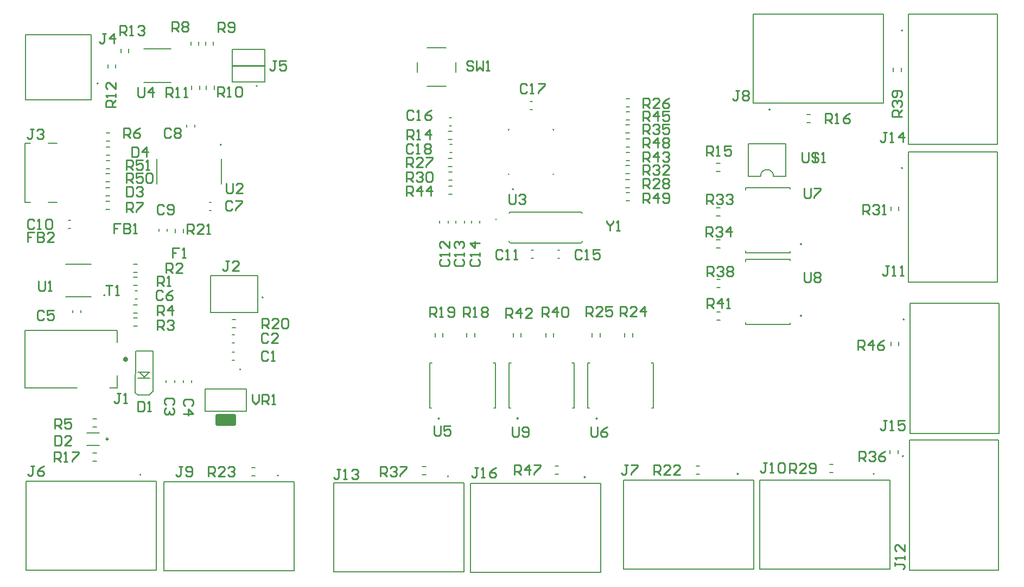
<source format=gto>
G04*
G04 #@! TF.GenerationSoftware,Altium Limited,Altium Designer,25.4.2 (15)*
G04*
G04 Layer_Color=65535*
%FSLAX44Y44*%
%MOMM*%
G71*
G04*
G04 #@! TF.SameCoordinates,AB3986B5-8965-4272-984F-493E451A5069*
G04*
G04*
G04 #@! TF.FilePolarity,Positive*
G04*
G01*
G75*
%ADD10C,0.2000*%
%ADD11C,0.4000*%
%ADD12C,0.1524*%
%ADD13C,0.0000*%
%ADD14C,0.3000*%
G04:AMPARAMS|DCode=15|XSize=1.84mm|YSize=3.19mm|CornerRadius=0.23mm|HoleSize=0mm|Usage=FLASHONLY|Rotation=270.000|XOffset=0mm|YOffset=0mm|HoleType=Round|Shape=RoundedRectangle|*
%AMROUNDEDRECTD15*
21,1,1.8400,2.7300,0,0,270.0*
21,1,1.3800,3.1900,0,0,270.0*
1,1,0.4600,-1.3650,-0.6900*
1,1,0.4600,-1.3650,0.6900*
1,1,0.4600,1.3650,0.6900*
1,1,0.4600,1.3650,-0.6900*
%
%ADD15ROUNDEDRECTD15*%
%ADD16C,0.1270*%
%ADD17C,0.2500*%
%ADD18C,0.1500*%
%ADD19C,0.2540*%
D10*
X309530Y666290D02*
G03*
X309530Y666290I-1000J0D01*
G01*
X339730Y315470D02*
G03*
X339730Y315470I-1000J0D01*
G01*
X1373720Y180340D02*
G03*
X1373720Y180340I-1000J0D01*
G01*
X1328150Y152550D02*
G03*
X1328150Y152550I-1000J0D01*
G01*
X1116060D02*
G03*
X1116060Y152550I-1000J0D01*
G01*
X183880Y151280D02*
G03*
X183880Y151280I-1000J0D01*
G01*
X663940Y148740D02*
G03*
X663940Y148740I-1000J0D01*
G01*
X117150Y762000D02*
G03*
X117150Y762000I-1000J0D01*
G01*
X649914Y239130D02*
G03*
X649914Y239130I-1414J0D01*
G01*
X1215164Y399580D02*
G03*
X1215164Y399580I-1414J0D01*
G01*
Y511340D02*
G03*
X1215164Y511340I-1414J0D01*
G01*
X398510Y150010D02*
G03*
X398510Y150010I-1000J0D01*
G01*
X1165590Y721210D02*
G03*
X1165590Y721210I-1000J0D01*
G01*
X773104Y239130D02*
G03*
X773104Y239130I-1414J0D01*
G01*
X877300Y147470D02*
G03*
X877300Y147470I-1000J0D01*
G01*
X1372450Y844550D02*
G03*
X1372450Y844550I-1000J0D01*
G01*
Y629920D02*
G03*
X1372450Y629920I-1000J0D01*
G01*
X1374990Y393700D02*
G03*
X1374990Y393700I-1000J0D01*
G01*
X896294Y239130D02*
G03*
X896294Y239130I-1414J0D01*
G01*
X365490Y758040D02*
G03*
X365490Y758040I-1000J0D01*
G01*
X765480Y596920D02*
G03*
X765480Y596920I-1000J0D01*
G01*
X127760Y431610D02*
G03*
X127760Y431610I-1000J0D01*
G01*
X374530Y427990D02*
G03*
X374530Y427990I-1000J0D01*
G01*
X377190Y764540D02*
Y815340D01*
X326390Y764540D02*
Y815340D01*
X377190D01*
X326390Y764540D02*
X377190D01*
X202550Y284540D02*
Y335580D01*
X175260Y279580D02*
X175910Y335580D01*
X175260Y279580D02*
X179070Y275770D01*
X196850D01*
X202550Y281470D01*
X175910Y335580D02*
Y343730D01*
X176530Y344350D01*
X201930D01*
X202550Y343730D01*
Y335580D02*
Y343730D01*
X179070Y302440D02*
X198120D01*
X179070Y311330D02*
X198120D01*
X188595Y302440D02*
Y303075D01*
X181610Y311330D02*
X196850D01*
X188595Y303075D02*
X196850Y311330D01*
X181610D02*
X188595Y304345D01*
X202550Y281470D02*
Y284540D01*
D11*
X161930Y331470D02*
G03*
X161930Y331470I-2000J0D01*
G01*
D12*
X1170940Y617220D02*
G03*
X1150620Y617220I-10160J0D01*
G01*
X869950Y513080D02*
G03*
X872490Y515620I0J2540D01*
G01*
X758190D02*
G03*
X760730Y513080I2540J0D01*
G01*
X872490Y558800D02*
G03*
X869950Y561340I-2540J0D01*
G01*
X760730D02*
G03*
X758190Y558800I0J-2540D01*
G01*
X1131570Y617220D02*
Y668020D01*
X1189990Y617220D02*
Y668020D01*
X1131570D02*
X1189990D01*
X1131570Y617220D02*
X1150620D01*
X1170940D02*
X1189990D01*
X188214Y763524D02*
X230886D01*
X188214Y816356D02*
X230886D01*
X760730Y513080D02*
X869950D01*
X760730Y561340D02*
X869950D01*
D13*
X739110Y549710D02*
G03*
X739110Y549710I-1270J0D01*
G01*
D14*
X132220Y207010D02*
G03*
X132220Y207010I-1000J0D01*
G01*
D15*
X316230Y237120D02*
D03*
D16*
X1081780Y624940D02*
X1087380D01*
X1081780Y637440D02*
X1087380D01*
X615160Y779900D02*
Y794900D01*
X630160Y817400D02*
X660160D01*
X675160Y779900D02*
Y794900D01*
X630160Y757400D02*
X660160D01*
X309730Y605340D02*
Y644340D01*
X208430Y605340D02*
Y644340D01*
X283730Y285470D02*
X348730D01*
X283730Y250470D02*
Y285470D01*
Y250470D02*
X348730D01*
Y285470D01*
X1382720Y2540D02*
Y205740D01*
X1521620Y2540D02*
Y205740D01*
X1382720Y2540D02*
X1521620D01*
X1382720Y205740D02*
X1521620D01*
X1258310Y167540D02*
X1263910D01*
X1258310Y155040D02*
X1263910D01*
X1149350Y142550D02*
X1352550D01*
X1149350Y3650D02*
X1352550D01*
X1149350D02*
Y142550D01*
X1352550Y3650D02*
Y142550D01*
X937260D02*
X1140460D01*
X937260Y3650D02*
X1140460D01*
X937260D02*
Y142550D01*
X1140460Y3650D02*
Y142550D01*
X5080Y141280D02*
X208280D01*
X5080Y2380D02*
X208280D01*
X5080D02*
Y141280D01*
X208280Y2380D02*
Y141280D01*
X688340Y-160D02*
Y138740D01*
X485140Y-160D02*
Y138740D01*
Y-160D02*
X688340D01*
X485140Y138740D02*
X688340D01*
X146930Y286470D02*
Y305970D01*
X2930Y286470D02*
X84430D01*
X146930Y357970D02*
Y376470D01*
X135430Y286470D02*
X146930D01*
X2930Y376470D02*
X146930D01*
X2930Y286470D02*
Y376470D01*
X665250Y708810D02*
X668250D01*
X665250Y695810D02*
X668250D01*
X274220Y821750D02*
Y827350D01*
X261720Y821750D02*
Y827350D01*
X297080Y821750D02*
Y827350D01*
X284580Y821750D02*
Y827350D01*
X262990Y752530D02*
Y758130D01*
X275490Y752530D02*
Y758130D01*
X285850Y752530D02*
Y758130D01*
X298350Y752530D02*
Y758130D01*
X106150Y736600D02*
Y838200D01*
X3650Y736600D02*
Y838200D01*
X106150D01*
X3650Y736600D02*
X106150D01*
X152500Y810000D02*
Y815600D01*
X165000Y810000D02*
Y815600D01*
X144680Y786190D02*
Y791790D01*
X132180Y786190D02*
Y791790D01*
X704750Y366770D02*
Y372370D01*
X692250Y366770D02*
Y372370D01*
X655220Y366770D02*
Y372370D01*
X642720Y366770D02*
Y372370D01*
X733300Y325830D02*
X736700D01*
Y255830D02*
Y325830D01*
X734300Y255830D02*
X736700D01*
X634900Y325830D02*
X638300D01*
X634900Y255830D02*
Y325830D01*
Y255830D02*
X637300D01*
X1127050Y484380D02*
Y487780D01*
X1197050D01*
Y485380D02*
Y487780D01*
X1127050Y385980D02*
Y389380D01*
Y385980D02*
X1197050D01*
Y388380D01*
X1127050Y596140D02*
Y599540D01*
X1197050D01*
Y597140D02*
Y599540D01*
X1127050Y497740D02*
Y501140D01*
Y497740D02*
X1197050D01*
Y500140D01*
X422910Y1110D02*
Y140010D01*
X219710Y1110D02*
Y140010D01*
Y1110D02*
X422910D01*
X219710Y140010D02*
X422910D01*
X1139190Y731210D02*
Y870110D01*
X1342390Y731210D02*
Y870110D01*
X1139190D02*
X1342390D01*
X1139190Y731210D02*
X1342390D01*
X827940Y366770D02*
Y372370D01*
X815440Y366770D02*
Y372370D01*
X777140Y366770D02*
Y372370D01*
X764640Y366770D02*
Y372370D01*
X622990Y151230D02*
X628590D01*
X622990Y163730D02*
X628590D01*
X830000Y165000D02*
X835600D01*
X830000Y152500D02*
X835600D01*
X856490Y325830D02*
X859890D01*
Y255830D02*
Y325830D01*
X857490Y255830D02*
X859890D01*
X758090Y325830D02*
X761490D01*
X758090Y255830D02*
Y325830D01*
Y255830D02*
X760490D01*
X901700Y-1430D02*
Y137470D01*
X698500Y-1430D02*
Y137470D01*
Y-1430D02*
X901700D01*
X698500Y137470D02*
X901700D01*
X663950Y601880D02*
X669550D01*
X663950Y589380D02*
X669550D01*
X940810Y579220D02*
X946410D01*
X940810Y591720D02*
X946410D01*
X1081780Y567590D02*
X1087380D01*
X1081780Y555090D02*
X1087380D01*
X1081780Y518060D02*
X1087380D01*
X1081780Y505560D02*
X1087380D01*
X1222750Y701140D02*
X1228350D01*
X1222750Y713640D02*
X1228350D01*
X1381450Y869950D02*
X1520350D01*
X1381450Y666750D02*
X1520350D01*
Y869950D01*
X1381450Y666750D02*
Y869950D01*
X940810Y725270D02*
X946410D01*
X940810Y737770D02*
X946410D01*
X940810Y704950D02*
X946410D01*
X940810Y717450D02*
X946410D01*
X940490Y684630D02*
X946090D01*
X940490Y697130D02*
X946090D01*
X1357730Y780790D02*
Y786390D01*
X1370230Y780790D02*
Y786390D01*
X1353920Y563620D02*
Y569220D01*
X1366420Y563620D02*
Y569220D01*
X1381450Y655320D02*
X1520350D01*
X1381450Y452120D02*
X1520350D01*
Y655320D01*
X1381450Y452120D02*
Y655320D01*
X1082100Y455830D02*
X1087700D01*
X1082100Y443330D02*
X1087700D01*
X1082100Y405030D02*
X1087700D01*
X1082100Y392530D02*
X1087700D01*
X940810Y663040D02*
X946410D01*
X940810Y675540D02*
X946410D01*
X940810Y641450D02*
X946410D01*
X940810Y653950D02*
X946410D01*
X1366420Y352800D02*
Y358400D01*
X1353920Y352800D02*
Y358400D01*
X1383990Y419100D02*
X1522890D01*
X1383990Y215900D02*
X1522890D01*
Y419100D01*
X1383990Y215900D02*
Y419100D01*
X1365150Y184210D02*
Y189810D01*
X1352650Y184210D02*
Y189810D01*
X900330Y366770D02*
Y372370D01*
X887830Y366770D02*
Y372370D01*
X951130Y366770D02*
Y372370D01*
X938630Y366770D02*
Y372370D01*
X1050030Y165000D02*
X1055630D01*
X1050030Y152500D02*
X1055630D01*
X979680Y325830D02*
X983080D01*
Y255830D02*
Y325830D01*
X980680Y255830D02*
X983080D01*
X881280Y325830D02*
X884680D01*
X881280Y255830D02*
Y325830D01*
Y255830D02*
X883680D01*
X940490Y599540D02*
X946090D01*
X940490Y612040D02*
X946090D01*
X940490Y621130D02*
X946090D01*
X940490Y633630D02*
X946090D01*
X663630Y645060D02*
X669230D01*
X663630Y632560D02*
X669230D01*
X663950Y623470D02*
X669550D01*
X663950Y610970D02*
X669550D01*
X356610Y149960D02*
X362210D01*
X356610Y162460D02*
X362210D01*
X108960Y172820D02*
X114560D01*
X108960Y185320D02*
X114560D01*
X255120Y694460D02*
Y697460D01*
X268120Y694460D02*
Y697460D01*
X791590Y734210D02*
X794590D01*
X791590Y721210D02*
X794590D01*
X834160Y488800D02*
X837160D01*
X834160Y501800D02*
X837160D01*
X792910D02*
X795910D01*
X792910Y488800D02*
X795910D01*
X663630Y686970D02*
X669230D01*
X663630Y674470D02*
X669230D01*
X665910Y653900D02*
X668910D01*
X665910Y666900D02*
X668910D01*
X827480Y689270D02*
Y690320D01*
X757480Y689270D02*
Y690320D01*
X827480Y620320D02*
Y621370D01*
X757480Y620320D02*
Y621370D01*
X826430Y690320D02*
X827480D01*
X757480D02*
X758530D01*
X826430Y620320D02*
X827480D01*
X757480D02*
X758530D01*
X675490Y544600D02*
Y547600D01*
X688490Y544600D02*
Y547600D01*
X699620Y544600D02*
Y547600D01*
X712620Y544600D02*
Y547600D01*
X650090Y544600D02*
Y547600D01*
X663090Y544600D02*
Y547600D01*
X290600Y576730D02*
X293600D01*
X290600Y563730D02*
X293600D01*
X129600Y671930D02*
X135200D01*
X129600Y684430D02*
X135200D01*
X211940Y531900D02*
Y534900D01*
X224940Y531900D02*
Y534900D01*
X129280Y577750D02*
X134880D01*
X129280Y565250D02*
X134880D01*
X129600Y662840D02*
X135200D01*
X129600Y650340D02*
X135200D01*
X129280Y599340D02*
X134880D01*
X129280Y586840D02*
X134880D01*
X129600Y641250D02*
X135200D01*
X129600Y628750D02*
X135200D01*
X129280Y620930D02*
X134880D01*
X129280Y608430D02*
X134880D01*
X237590Y529330D02*
Y534930D01*
X250090Y529330D02*
Y534930D01*
X70890Y548790D02*
X73890D01*
X70890Y535790D02*
X73890D01*
X326130Y393600D02*
X331730D01*
X326130Y381100D02*
X331730D01*
X326770Y356720D02*
X329770D01*
X326770Y369720D02*
X329770D01*
X326770Y330050D02*
X329770D01*
X326770Y343050D02*
X329770D01*
X99220Y216960D02*
X119220D01*
X99220Y197060D02*
X119220D01*
X172460Y403960D02*
X178060D01*
X172460Y416460D02*
X178060D01*
X172460Y383640D02*
X178060D01*
X172460Y396140D02*
X178060D01*
X66860Y429410D02*
X105860D01*
X66860Y479910D02*
X105860D01*
X172460Y467460D02*
X178060D01*
X172460Y479960D02*
X178060D01*
X172460Y459640D02*
X178060D01*
X172460Y447140D02*
X178060D01*
X90320Y404900D02*
Y407900D01*
X77320Y404900D02*
Y407900D01*
X108960Y226160D02*
X114560D01*
X108960Y238660D02*
X114560D01*
X292130Y461990D02*
X366130D01*
X292130Y404490D02*
Y461990D01*
Y404490D02*
X366130D01*
Y461990D01*
X263040Y295680D02*
Y298680D01*
X250040Y295680D02*
Y298680D01*
X236370Y295680D02*
Y298680D01*
X223370Y295680D02*
Y298680D01*
X175030Y425300D02*
X178030D01*
X175030Y438300D02*
X178030D01*
D17*
X326390Y789940D02*
X377190D01*
D18*
X2830Y668500D02*
X11130D01*
X2830Y576100D02*
Y668500D01*
Y576100D02*
X11130D01*
X39530D02*
X53130D01*
X39530Y668500D02*
X53130D01*
D19*
X394971Y797558D02*
X389893D01*
X392432D01*
Y784862D01*
X389893Y782322D01*
X387353D01*
X384814Y784862D01*
X410206Y797558D02*
X400049D01*
Y789940D01*
X405127Y792479D01*
X407667D01*
X410206Y789940D01*
Y784862D01*
X407667Y782322D01*
X402588D01*
X400049Y784862D01*
X758194Y589277D02*
Y576582D01*
X760733Y574043D01*
X765812D01*
X768351Y576582D01*
Y589277D01*
X773429Y586738D02*
X775968Y589277D01*
X781047D01*
X783586Y586738D01*
Y584199D01*
X781047Y581660D01*
X778508D01*
X781047D01*
X783586Y579121D01*
Y576582D01*
X781047Y574043D01*
X775968D01*
X773429Y576582D01*
X910593Y547368D02*
Y544828D01*
X915672Y539750D01*
X920750Y544828D01*
Y547368D01*
X915672Y539750D02*
Y532132D01*
X925828D02*
X930907D01*
X928368D01*
Y547368D01*
X925828Y544828D01*
X358146Y276857D02*
Y266701D01*
X363224Y261623D01*
X368302Y266701D01*
Y276857D01*
X373381Y261623D02*
Y276857D01*
X380998D01*
X383538Y274318D01*
Y269240D01*
X380998Y266701D01*
X373381D01*
X378459D02*
X383538Y261623D01*
X388616D02*
X393694D01*
X391155D01*
Y276857D01*
X388616Y274318D01*
X1215396Y654047D02*
Y641352D01*
X1217935Y638812D01*
X1223013D01*
X1225553Y641352D01*
Y654047D01*
X1230631Y641352D02*
X1233170Y638812D01*
X1238248D01*
X1240788Y641352D01*
Y643891D01*
X1238248Y646430D01*
X1233170D01*
X1230631Y648969D01*
Y651508D01*
X1233170Y654047D01*
X1238248D01*
X1240788Y651508D01*
X1235709Y654047D02*
Y638812D01*
X1245866D02*
X1250944D01*
X1248405D01*
Y654047D01*
X1245866Y651508D01*
X763274Y226057D02*
Y213362D01*
X765813Y210823D01*
X770892D01*
X773431Y213362D01*
Y226057D01*
X778509Y213362D02*
X781048Y210823D01*
X786127D01*
X788666Y213362D01*
Y223518D01*
X786127Y226057D01*
X781048D01*
X778509Y223518D01*
Y220979D01*
X781048Y218440D01*
X788666D01*
X1219204Y467357D02*
Y454662D01*
X1221743Y452122D01*
X1226822D01*
X1229361Y454662D01*
Y467357D01*
X1234439Y464818D02*
X1236978Y467357D01*
X1242057D01*
X1244596Y464818D01*
Y462279D01*
X1242057Y459740D01*
X1244596Y457201D01*
Y454662D01*
X1242057Y452122D01*
X1236978D01*
X1234439Y454662D01*
Y457201D01*
X1236978Y459740D01*
X1234439Y462279D01*
Y464818D01*
X1236978Y459740D02*
X1242057D01*
X1219204Y598167D02*
Y585472D01*
X1221743Y582933D01*
X1226822D01*
X1229361Y585472D01*
Y598167D01*
X1234439D02*
X1244596D01*
Y595628D01*
X1234439Y585472D01*
Y582933D01*
X886464Y226057D02*
Y213362D01*
X889003Y210823D01*
X894082D01*
X896621Y213362D01*
Y226057D01*
X911856D02*
X906777Y223518D01*
X901699Y218440D01*
Y213362D01*
X904238Y210823D01*
X909317D01*
X911856Y213362D01*
Y215901D01*
X909317Y218440D01*
X901699D01*
X641354Y227327D02*
Y214632D01*
X643893Y212092D01*
X648972D01*
X651511Y214632D01*
Y227327D01*
X666746D02*
X656589D01*
Y219710D01*
X661667Y222249D01*
X664207D01*
X666746Y219710D01*
Y214632D01*
X664207Y212092D01*
X659128D01*
X656589Y214632D01*
X179074Y755648D02*
Y742952D01*
X181613Y740413D01*
X186692D01*
X189231Y742952D01*
Y755648D01*
X201927Y740413D02*
Y755648D01*
X194309Y748030D01*
X204466D01*
X317504Y605788D02*
Y593092D01*
X320043Y590552D01*
X325122D01*
X327661Y593092D01*
Y605788D01*
X342896Y590552D02*
X332739D01*
X342896Y600709D01*
Y603248D01*
X340357Y605788D01*
X335278D01*
X332739Y603248D01*
X24133Y453387D02*
Y440692D01*
X26672Y438153D01*
X31751D01*
X34290Y440692D01*
Y453387D01*
X39368Y438153D02*
X44447D01*
X41908D01*
Y453387D01*
X39368Y450848D01*
X129543Y447038D02*
X139700D01*
X134622D01*
Y431802D01*
X144778D02*
X149857D01*
X147318D01*
Y447038D01*
X144778Y444498D01*
X702312Y795018D02*
X699773Y797558D01*
X694695D01*
X692156Y795018D01*
Y792479D01*
X694695Y789940D01*
X699773D01*
X702312Y787401D01*
Y784862D01*
X699773Y782322D01*
X694695D01*
X692156Y784862D01*
X707391Y797558D02*
Y782322D01*
X712469Y787401D01*
X717548Y782322D01*
Y797558D01*
X722626Y782322D02*
X727704D01*
X725165D01*
Y797558D01*
X722626Y795018D01*
X161296Y627383D02*
Y642617D01*
X168913D01*
X171453Y640078D01*
Y635000D01*
X168913Y632461D01*
X161296D01*
X166374D02*
X171453Y627383D01*
X186688Y642617D02*
X176531D01*
Y635000D01*
X181609Y637539D01*
X184148D01*
X186688Y635000D01*
Y629922D01*
X184148Y627383D01*
X179070D01*
X176531Y629922D01*
X191766Y627383D02*
X196844D01*
X194305D01*
Y642617D01*
X191766Y640078D01*
X161297Y607062D02*
Y622298D01*
X168914D01*
X171453Y619758D01*
Y614680D01*
X168914Y612141D01*
X161297D01*
X166375D02*
X171453Y607062D01*
X186688Y622298D02*
X176532D01*
Y614680D01*
X181610Y617219D01*
X184149D01*
X186688Y614680D01*
Y609602D01*
X184149Y607062D01*
X179071D01*
X176532Y609602D01*
X191767Y619758D02*
X194306Y622298D01*
X199384D01*
X201923Y619758D01*
Y609602D01*
X199384Y607062D01*
X194306D01*
X191767Y609602D01*
Y619758D01*
X967747Y575312D02*
Y590547D01*
X975364D01*
X977903Y588008D01*
Y582930D01*
X975364Y580391D01*
X967747D01*
X972825D02*
X977903Y575312D01*
X990599D02*
Y590547D01*
X982982Y582930D01*
X993138D01*
X998217Y577852D02*
X1000756Y575312D01*
X1005834D01*
X1008373Y577852D01*
Y588008D01*
X1005834Y590547D01*
X1000756D01*
X998217Y588008D01*
Y585469D01*
X1000756Y582930D01*
X1008373D01*
X967747Y661673D02*
Y676908D01*
X975364D01*
X977903Y674368D01*
Y669290D01*
X975364Y666751D01*
X967747D01*
X972825D02*
X977903Y661673D01*
X990599D02*
Y676908D01*
X982982Y669290D01*
X993138D01*
X998217Y674368D02*
X1000756Y676908D01*
X1005834D01*
X1008373Y674368D01*
Y671829D01*
X1005834Y669290D01*
X1008373Y666751D01*
Y664212D01*
X1005834Y661673D01*
X1000756D01*
X998217Y664212D01*
Y666751D01*
X1000756Y669290D01*
X998217Y671829D01*
Y674368D01*
X1000756Y669290D02*
X1005834D01*
X766767Y151132D02*
Y166367D01*
X774384D01*
X776923Y163828D01*
Y158750D01*
X774384Y156211D01*
X766767D01*
X771845D02*
X776923Y151132D01*
X789619D02*
Y166367D01*
X782002Y158750D01*
X792158D01*
X797237Y166367D02*
X807393D01*
Y163828D01*
X797237Y153672D01*
Y151132D01*
X1303027Y346393D02*
Y361628D01*
X1310644D01*
X1313183Y359088D01*
Y354010D01*
X1310644Y351471D01*
X1303027D01*
X1308105D02*
X1313183Y346393D01*
X1325879D02*
Y361628D01*
X1318262Y354010D01*
X1328418D01*
X1343653Y361628D02*
X1338575Y359088D01*
X1333497Y354010D01*
Y348932D01*
X1336036Y346393D01*
X1341114D01*
X1343653Y348932D01*
Y351471D01*
X1341114Y354010D01*
X1333497D01*
X967747Y703583D02*
Y718818D01*
X975364D01*
X977903Y716278D01*
Y711200D01*
X975364Y708661D01*
X967747D01*
X972825D02*
X977903Y703583D01*
X990599D02*
Y718818D01*
X982982Y711200D01*
X993138D01*
X1008373Y718818D02*
X998217D01*
Y711200D01*
X1003295Y713739D01*
X1005834D01*
X1008373Y711200D01*
Y706122D01*
X1005834Y703583D01*
X1000756D01*
X998217Y706122D01*
X598177Y586743D02*
Y601978D01*
X605794D01*
X608333Y599438D01*
Y594360D01*
X605794Y591821D01*
X598177D01*
X603255D02*
X608333Y586743D01*
X621029D02*
Y601978D01*
X613412Y594360D01*
X623568D01*
X636264Y586743D02*
Y601978D01*
X628647Y594360D01*
X638803D01*
X967747Y640082D02*
Y655318D01*
X975364D01*
X977903Y652778D01*
Y647700D01*
X975364Y645161D01*
X967747D01*
X972825D02*
X977903Y640082D01*
X990599D02*
Y655318D01*
X982982Y647700D01*
X993138D01*
X998217Y652778D02*
X1000756Y655318D01*
X1005834D01*
X1008373Y652778D01*
Y650239D01*
X1005834Y647700D01*
X1003295D01*
X1005834D01*
X1008373Y645161D01*
Y642622D01*
X1005834Y640082D01*
X1000756D01*
X998217Y642622D01*
X753117Y396242D02*
Y411478D01*
X760734D01*
X763273Y408938D01*
Y403860D01*
X760734Y401321D01*
X753117D01*
X758195D02*
X763273Y396242D01*
X775969D02*
Y411478D01*
X768352Y403860D01*
X778508D01*
X793743Y396242D02*
X783587D01*
X793743Y406399D01*
Y408938D01*
X791204Y411478D01*
X786126D01*
X783587Y408938D01*
X1067126Y411483D02*
Y426717D01*
X1074743D01*
X1077282Y424178D01*
Y419100D01*
X1074743Y416561D01*
X1067126D01*
X1072204D02*
X1077282Y411483D01*
X1089978D02*
Y426717D01*
X1082361Y419100D01*
X1092518D01*
X1097596Y411483D02*
X1102674D01*
X1100135D01*
Y426717D01*
X1097596Y424178D01*
X810267Y397513D02*
Y412747D01*
X817884D01*
X820423Y410208D01*
Y405130D01*
X817884Y402591D01*
X810267D01*
X815345D02*
X820423Y397513D01*
X833119D02*
Y412747D01*
X825502Y405130D01*
X835658D01*
X840737Y410208D02*
X843276Y412747D01*
X848354D01*
X850893Y410208D01*
Y400052D01*
X848354Y397513D01*
X843276D01*
X840737Y400052D01*
Y410208D01*
X1371597Y710257D02*
X1356362D01*
Y717874D01*
X1358902Y720413D01*
X1363980D01*
X1366519Y717874D01*
Y710257D01*
Y715335D02*
X1371597Y720413D01*
X1358902Y725492D02*
X1356362Y728031D01*
Y733109D01*
X1358902Y735648D01*
X1361441D01*
X1363980Y733109D01*
Y730570D01*
Y733109D01*
X1366519Y735648D01*
X1369058D01*
X1371597Y733109D01*
Y728031D01*
X1369058Y725492D01*
Y740727D02*
X1371597Y743266D01*
Y748344D01*
X1369058Y750883D01*
X1358902D01*
X1356362Y748344D01*
Y743266D01*
X1358902Y740727D01*
X1361441D01*
X1363980Y743266D01*
Y750883D01*
X1067447Y461012D02*
Y476247D01*
X1075064D01*
X1077603Y473708D01*
Y468630D01*
X1075064Y466091D01*
X1067447D01*
X1072525D02*
X1077603Y461012D01*
X1082682Y473708D02*
X1085221Y476247D01*
X1090299D01*
X1092838Y473708D01*
Y471169D01*
X1090299Y468630D01*
X1087760D01*
X1090299D01*
X1092838Y466091D01*
Y463552D01*
X1090299Y461012D01*
X1085221D01*
X1082682Y463552D01*
X1097917Y473708D02*
X1100456Y476247D01*
X1105534D01*
X1108073Y473708D01*
Y471169D01*
X1105534Y468630D01*
X1108073Y466091D01*
Y463552D01*
X1105534Y461012D01*
X1100456D01*
X1097917Y463552D01*
Y466091D01*
X1100456Y468630D01*
X1097917Y471169D01*
Y473708D01*
X1100456Y468630D02*
X1105534D01*
X557537Y148593D02*
Y163827D01*
X565154D01*
X567693Y161288D01*
Y156210D01*
X565154Y153671D01*
X557537D01*
X562615D02*
X567693Y148593D01*
X572772Y161288D02*
X575311Y163827D01*
X580389D01*
X582928Y161288D01*
Y158749D01*
X580389Y156210D01*
X577850D01*
X580389D01*
X582928Y153671D01*
Y151132D01*
X580389Y148593D01*
X575311D01*
X572772Y151132D01*
X588007Y163827D02*
X598163D01*
Y161288D01*
X588007Y151132D01*
Y148593D01*
X1304297Y172722D02*
Y187957D01*
X1311914D01*
X1314453Y185418D01*
Y180340D01*
X1311914Y177801D01*
X1304297D01*
X1309375D02*
X1314453Y172722D01*
X1319532Y185418D02*
X1322071Y187957D01*
X1327149D01*
X1329688Y185418D01*
Y182879D01*
X1327149Y180340D01*
X1324610D01*
X1327149D01*
X1329688Y177801D01*
Y175262D01*
X1327149Y172722D01*
X1322071D01*
X1319532Y175262D01*
X1344923Y187957D02*
X1339845Y185418D01*
X1334767Y180340D01*
Y175262D01*
X1337306Y172722D01*
X1342384D01*
X1344923Y175262D01*
Y177801D01*
X1342384Y180340D01*
X1334767D01*
X967747Y683262D02*
Y698497D01*
X975364D01*
X977903Y695958D01*
Y690880D01*
X975364Y688341D01*
X967747D01*
X972825D02*
X977903Y683262D01*
X982982Y695958D02*
X985521Y698497D01*
X990599D01*
X993138Y695958D01*
Y693419D01*
X990599Y690880D01*
X988060D01*
X990599D01*
X993138Y688341D01*
Y685802D01*
X990599Y683262D01*
X985521D01*
X982982Y685802D01*
X1008373Y698497D02*
X998217D01*
Y690880D01*
X1003295Y693419D01*
X1005834D01*
X1008373Y690880D01*
Y685802D01*
X1005834Y683262D01*
X1000756D01*
X998217Y685802D01*
X1065537Y523242D02*
Y538478D01*
X1073154D01*
X1075693Y535938D01*
Y530860D01*
X1073154Y528321D01*
X1065537D01*
X1070615D02*
X1075693Y523242D01*
X1080772Y535938D02*
X1083311Y538478D01*
X1088389D01*
X1090928Y535938D01*
Y533399D01*
X1088389Y530860D01*
X1085850D01*
X1088389D01*
X1090928Y528321D01*
Y525782D01*
X1088389Y523242D01*
X1083311D01*
X1080772Y525782D01*
X1103624Y523242D02*
Y538478D01*
X1096007Y530860D01*
X1106163D01*
X1066807Y574043D02*
Y589277D01*
X1074424D01*
X1076963Y586738D01*
Y581660D01*
X1074424Y579121D01*
X1066807D01*
X1071885D02*
X1076963Y574043D01*
X1082042Y586738D02*
X1084581Y589277D01*
X1089659D01*
X1092198Y586738D01*
Y584199D01*
X1089659Y581660D01*
X1087120D01*
X1089659D01*
X1092198Y579121D01*
Y576582D01*
X1089659Y574043D01*
X1084581D01*
X1082042Y576582D01*
X1097277Y586738D02*
X1099816Y589277D01*
X1104894D01*
X1107433Y586738D01*
Y584199D01*
X1104894Y581660D01*
X1102355D01*
X1104894D01*
X1107433Y579121D01*
Y576582D01*
X1104894Y574043D01*
X1099816D01*
X1097277Y576582D01*
X967427Y619762D02*
Y634997D01*
X975044D01*
X977583Y632458D01*
Y627380D01*
X975044Y624841D01*
X967427D01*
X972505D02*
X977583Y619762D01*
X982662Y632458D02*
X985201Y634997D01*
X990279D01*
X992818Y632458D01*
Y629919D01*
X990279Y627380D01*
X987740D01*
X990279D01*
X992818Y624841D01*
Y622302D01*
X990279Y619762D01*
X985201D01*
X982662Y622302D01*
X1008054Y619762D02*
X997897D01*
X1008054Y629919D01*
Y632458D01*
X1005514Y634997D01*
X1000436D01*
X997897Y632458D01*
X1310646Y557533D02*
Y572767D01*
X1318263D01*
X1320802Y570228D01*
Y565150D01*
X1318263Y562611D01*
X1310646D01*
X1315724D02*
X1320802Y557533D01*
X1325881Y570228D02*
X1328420Y572767D01*
X1333498D01*
X1336038Y570228D01*
Y567689D01*
X1333498Y565150D01*
X1330959D01*
X1333498D01*
X1336038Y562611D01*
Y560072D01*
X1333498Y557533D01*
X1328420D01*
X1325881Y560072D01*
X1341116Y557533D02*
X1346194D01*
X1343655D01*
Y572767D01*
X1341116Y570228D01*
X598177Y608332D02*
Y623568D01*
X605794D01*
X608333Y621028D01*
Y615950D01*
X605794Y613411D01*
X598177D01*
X603255D02*
X608333Y608332D01*
X613412Y621028D02*
X615951Y623568D01*
X621029D01*
X623568Y621028D01*
Y618489D01*
X621029Y615950D01*
X618490D01*
X621029D01*
X623568Y613411D01*
Y610872D01*
X621029Y608332D01*
X615951D01*
X613412Y610872D01*
X628647Y621028D02*
X631186Y623568D01*
X636264D01*
X638803Y621028D01*
Y610872D01*
X636264Y608332D01*
X631186D01*
X628647Y610872D01*
Y621028D01*
X1196347Y153673D02*
Y168908D01*
X1203964D01*
X1206503Y166368D01*
Y161290D01*
X1203964Y158751D01*
X1196347D01*
X1201425D02*
X1206503Y153673D01*
X1221738D02*
X1211582D01*
X1221738Y163829D01*
Y166368D01*
X1219199Y168908D01*
X1214121D01*
X1211582Y166368D01*
X1226817Y156212D02*
X1229356Y153673D01*
X1234434D01*
X1236973Y156212D01*
Y166368D01*
X1234434Y168908D01*
X1229356D01*
X1226817Y166368D01*
Y163829D01*
X1229356Y161290D01*
X1236973D01*
X967747Y598172D02*
Y613408D01*
X975364D01*
X977903Y610868D01*
Y605790D01*
X975364Y603251D01*
X967747D01*
X972825D02*
X977903Y598172D01*
X993138D02*
X982982D01*
X993138Y608329D01*
Y610868D01*
X990599Y613408D01*
X985521D01*
X982982Y610868D01*
X998217D02*
X1000756Y613408D01*
X1005834D01*
X1008373Y610868D01*
Y608329D01*
X1005834Y605790D01*
X1008373Y603251D01*
Y600712D01*
X1005834Y598172D01*
X1000756D01*
X998217Y600712D01*
Y603251D01*
X1000756Y605790D01*
X998217Y608329D01*
Y610868D01*
X1000756Y605790D02*
X1005834D01*
X598177Y631193D02*
Y646428D01*
X605794D01*
X608333Y643888D01*
Y638810D01*
X605794Y636271D01*
X598177D01*
X603255D02*
X608333Y631193D01*
X623568D02*
X613412D01*
X623568Y641349D01*
Y643888D01*
X621029Y646428D01*
X615951D01*
X613412Y643888D01*
X628647Y646428D02*
X638803D01*
Y643888D01*
X628647Y633732D01*
Y631193D01*
X967747Y723903D02*
Y739137D01*
X975364D01*
X977903Y736598D01*
Y731520D01*
X975364Y728981D01*
X967747D01*
X972825D02*
X977903Y723903D01*
X993138D02*
X982982D01*
X993138Y734059D01*
Y736598D01*
X990599Y739137D01*
X985521D01*
X982982Y736598D01*
X1008373Y739137D02*
X1003295Y736598D01*
X998217Y731520D01*
Y726442D01*
X1000756Y723903D01*
X1005834D01*
X1008373Y726442D01*
Y728981D01*
X1005834Y731520D01*
X998217D01*
X878847Y398783D02*
Y414017D01*
X886464D01*
X889003Y411478D01*
Y406400D01*
X886464Y403861D01*
X878847D01*
X883925D02*
X889003Y398783D01*
X904238D02*
X894082D01*
X904238Y408939D01*
Y411478D01*
X901699Y414017D01*
X896621D01*
X894082Y411478D01*
X919473Y414017D02*
X909317D01*
Y406400D01*
X914395Y408939D01*
X916934D01*
X919473Y406400D01*
Y401322D01*
X916934Y398783D01*
X911856D01*
X909317Y401322D01*
X932187Y398783D02*
Y414017D01*
X939804D01*
X942343Y411478D01*
Y406400D01*
X939804Y403861D01*
X932187D01*
X937265D02*
X942343Y398783D01*
X957578D02*
X947422D01*
X957578Y408939D01*
Y411478D01*
X955039Y414017D01*
X949961D01*
X947422Y411478D01*
X970274Y398783D02*
Y414017D01*
X962657Y406400D01*
X972813D01*
X289567Y148593D02*
Y163827D01*
X297184D01*
X299723Y161288D01*
Y156210D01*
X297184Y153671D01*
X289567D01*
X294645D02*
X299723Y148593D01*
X314958D02*
X304802D01*
X314958Y158749D01*
Y161288D01*
X312419Y163827D01*
X307341D01*
X304802Y161288D01*
X320037D02*
X322576Y163827D01*
X327654D01*
X330193Y161288D01*
Y158749D01*
X327654Y156210D01*
X325115D01*
X327654D01*
X330193Y153671D01*
Y151132D01*
X327654Y148593D01*
X322576D01*
X320037Y151132D01*
X984257Y151132D02*
Y166367D01*
X991874D01*
X994413Y163828D01*
Y158750D01*
X991874Y156211D01*
X984257D01*
X989335D02*
X994413Y151132D01*
X1009648D02*
X999492D01*
X1009648Y161289D01*
Y163828D01*
X1007109Y166367D01*
X1002031D01*
X999492Y163828D01*
X1024883Y151132D02*
X1014727D01*
X1024883Y161289D01*
Y163828D01*
X1022344Y166367D01*
X1017266D01*
X1014727Y163828D01*
X256546Y527052D02*
Y542287D01*
X264163D01*
X266702Y539748D01*
Y534670D01*
X264163Y532131D01*
X256546D01*
X261624D02*
X266702Y527052D01*
X281938D02*
X271781D01*
X281938Y537209D01*
Y539748D01*
X279398Y542287D01*
X274320D01*
X271781Y539748D01*
X287016Y527052D02*
X292094D01*
X289555D01*
Y542287D01*
X287016Y539748D01*
X373387Y379733D02*
Y394967D01*
X381004D01*
X383543Y392428D01*
Y387350D01*
X381004Y384811D01*
X373387D01*
X378465D02*
X383543Y379733D01*
X398778D02*
X388622D01*
X398778Y389889D01*
Y392428D01*
X396239Y394967D01*
X391161D01*
X388622Y392428D01*
X403857D02*
X406396Y394967D01*
X411474D01*
X414013Y392428D01*
Y382272D01*
X411474Y379733D01*
X406396D01*
X403857Y382272D01*
Y392428D01*
X635006Y397513D02*
Y412747D01*
X642624D01*
X645163Y410208D01*
Y405130D01*
X642624Y402591D01*
X635006D01*
X640085D02*
X645163Y397513D01*
X650241D02*
X655320D01*
X652780D01*
Y412747D01*
X650241Y410208D01*
X662937Y400052D02*
X665476Y397513D01*
X670555D01*
X673094Y400052D01*
Y410208D01*
X670555Y412747D01*
X665476D01*
X662937Y410208D01*
Y407669D01*
X665476Y405130D01*
X673094D01*
X687076Y397513D02*
Y412747D01*
X694694D01*
X697233Y410208D01*
Y405130D01*
X694694Y402591D01*
X687076D01*
X692154D02*
X697233Y397513D01*
X702311D02*
X707390D01*
X704850D01*
Y412747D01*
X702311Y410208D01*
X715007D02*
X717546Y412747D01*
X722625D01*
X725164Y410208D01*
Y407669D01*
X722625Y405130D01*
X725164Y402591D01*
Y400052D01*
X722625Y397513D01*
X717546D01*
X715007Y400052D01*
Y402591D01*
X717546Y405130D01*
X715007Y407669D01*
Y410208D01*
X717546Y405130D02*
X722625D01*
X48586Y171453D02*
Y186688D01*
X56204D01*
X58743Y184148D01*
Y179070D01*
X56204Y176531D01*
X48586D01*
X53664D02*
X58743Y171453D01*
X63821D02*
X68900D01*
X66360D01*
Y186688D01*
X63821Y184148D01*
X76517Y186688D02*
X86674D01*
Y184148D01*
X76517Y173992D01*
Y171453D01*
X1252226Y699772D02*
Y715007D01*
X1259844D01*
X1262383Y712468D01*
Y707390D01*
X1259844Y704851D01*
X1252226D01*
X1257305D02*
X1262383Y699772D01*
X1267461D02*
X1272540D01*
X1270000D01*
Y715007D01*
X1267461Y712468D01*
X1290314Y715007D02*
X1285235Y712468D01*
X1280157Y707390D01*
Y702312D01*
X1282696Y699772D01*
X1287775D01*
X1290314Y702312D01*
Y704851D01*
X1287775Y707390D01*
X1280157D01*
X1066806Y648972D02*
Y664208D01*
X1074424D01*
X1076963Y661668D01*
Y656590D01*
X1074424Y654051D01*
X1066806D01*
X1071885D02*
X1076963Y648972D01*
X1082041D02*
X1087120D01*
X1084580D01*
Y664208D01*
X1082041Y661668D01*
X1104894Y664208D02*
X1094737D01*
Y656590D01*
X1099816Y659129D01*
X1102355D01*
X1104894Y656590D01*
Y651512D01*
X1102355Y648972D01*
X1097276D01*
X1094737Y651512D01*
X599446Y674372D02*
Y689607D01*
X607064D01*
X609603Y687068D01*
Y681990D01*
X607064Y679451D01*
X599446D01*
X604524D02*
X609603Y674372D01*
X614681D02*
X619760D01*
X617220D01*
Y689607D01*
X614681Y687068D01*
X634995Y674372D02*
Y689607D01*
X627377Y681990D01*
X637534D01*
X151136Y836933D02*
Y852168D01*
X158754D01*
X161293Y849628D01*
Y844550D01*
X158754Y842011D01*
X151136D01*
X156215D02*
X161293Y836933D01*
X166371D02*
X171450D01*
X168910D01*
Y852168D01*
X166371Y849628D01*
X179067D02*
X181606Y852168D01*
X186685D01*
X189224Y849628D01*
Y847089D01*
X186685Y844550D01*
X184146D01*
X186685D01*
X189224Y842011D01*
Y839472D01*
X186685Y836933D01*
X181606D01*
X179067Y839472D01*
X144777Y725176D02*
X129543D01*
Y732794D01*
X132082Y735333D01*
X137160D01*
X139699Y732794D01*
Y725176D01*
Y730255D02*
X144777Y735333D01*
Y740411D02*
Y745490D01*
Y742950D01*
X129543D01*
X132082Y740411D01*
X144777Y763264D02*
Y753107D01*
X134621Y763264D01*
X132082D01*
X129543Y760725D01*
Y755646D01*
X132082Y753107D01*
X223525Y740413D02*
Y755648D01*
X231143D01*
X233682Y753108D01*
Y748030D01*
X231143Y745491D01*
X223525D01*
X228604D02*
X233682Y740413D01*
X238760D02*
X243839D01*
X241300D01*
Y755648D01*
X238760Y753108D01*
X251456Y740413D02*
X256535D01*
X253995D01*
Y755648D01*
X251456Y753108D01*
X303536Y741683D02*
Y756917D01*
X311154D01*
X313693Y754378D01*
Y749300D01*
X311154Y746761D01*
X303536D01*
X308615D02*
X313693Y741683D01*
X318771D02*
X323850D01*
X321310D01*
Y756917D01*
X318771Y754378D01*
X331467D02*
X334006Y756917D01*
X339085D01*
X341624Y754378D01*
Y744222D01*
X339085Y741683D01*
X334006D01*
X331467Y744222D01*
Y754378D01*
X304804Y842012D02*
Y857247D01*
X312422D01*
X314961Y854708D01*
Y849630D01*
X312422Y847091D01*
X304804D01*
X309883D02*
X314961Y842012D01*
X320039Y844552D02*
X322578Y842012D01*
X327657D01*
X330196Y844552D01*
Y854708D01*
X327657Y857247D01*
X322578D01*
X320039Y854708D01*
Y852169D01*
X322578Y849630D01*
X330196D01*
X232414Y843282D02*
Y858518D01*
X240032D01*
X242571Y855978D01*
Y850900D01*
X240032Y848361D01*
X232414D01*
X237493D02*
X242571Y843282D01*
X247649Y855978D02*
X250188Y858518D01*
X255267D01*
X257806Y855978D01*
Y853439D01*
X255267Y850900D01*
X257806Y848361D01*
Y845822D01*
X255267Y843282D01*
X250188D01*
X247649Y845822D01*
Y848361D01*
X250188Y850900D01*
X247649Y853439D01*
Y855978D01*
X250188Y850900D02*
X255267D01*
X161294Y561343D02*
Y576577D01*
X168912D01*
X171451Y574038D01*
Y568960D01*
X168912Y566421D01*
X161294D01*
X166373D02*
X171451Y561343D01*
X176529Y576577D02*
X186686D01*
Y574038D01*
X176529Y563882D01*
Y561343D01*
X157484Y676913D02*
Y692148D01*
X165102D01*
X167641Y689608D01*
Y684530D01*
X165102Y681991D01*
X157484D01*
X162563D02*
X167641Y676913D01*
X182876Y692148D02*
X177798Y689608D01*
X172719Y684530D01*
Y679452D01*
X175258Y676913D01*
X180337D01*
X182876Y679452D01*
Y681991D01*
X180337Y684530D01*
X172719D01*
X49534Y223522D02*
Y238757D01*
X57152D01*
X59691Y236218D01*
Y231140D01*
X57152Y228601D01*
X49534D01*
X54612D02*
X59691Y223522D01*
X74926Y238757D02*
X64769D01*
Y231140D01*
X69847Y233679D01*
X72387D01*
X74926Y231140D01*
Y226062D01*
X72387Y223522D01*
X67308D01*
X64769Y226062D01*
X209554Y400052D02*
Y415288D01*
X217172D01*
X219711Y412748D01*
Y407670D01*
X217172Y405131D01*
X209554D01*
X214632D02*
X219711Y400052D01*
X232407D02*
Y415288D01*
X224789Y407670D01*
X234946D01*
X209554Y377192D02*
Y392427D01*
X217172D01*
X219711Y389888D01*
Y384810D01*
X217172Y382271D01*
X209554D01*
X214632D02*
X219711Y377192D01*
X224789Y389888D02*
X227328Y392427D01*
X232407D01*
X234946Y389888D01*
Y387349D01*
X232407Y384810D01*
X229867D01*
X232407D01*
X234946Y382271D01*
Y379732D01*
X232407Y377192D01*
X227328D01*
X224789Y379732D01*
X223524Y466092D02*
Y481328D01*
X231142D01*
X233681Y478788D01*
Y473710D01*
X231142Y471171D01*
X223524D01*
X228603D02*
X233681Y466092D01*
X248916D02*
X238759D01*
X248916Y476249D01*
Y478788D01*
X246377Y481328D01*
X241298D01*
X238759Y478788D01*
X209553Y445773D02*
Y461007D01*
X217171D01*
X219710Y458468D01*
Y453390D01*
X217171Y450851D01*
X209553D01*
X214632D02*
X219710Y445773D01*
X224788D02*
X229867D01*
X227328D01*
Y461007D01*
X224788Y458468D01*
X709933Y162558D02*
X704855D01*
X707394D01*
Y149862D01*
X704855Y147323D01*
X702315D01*
X699776Y149862D01*
X715011Y147323D02*
X720090D01*
X717550D01*
Y162558D01*
X715011Y160018D01*
X737864Y162558D02*
X732785Y160018D01*
X727707Y154940D01*
Y149862D01*
X730246Y147323D01*
X735325D01*
X737864Y149862D01*
Y152401D01*
X735325Y154940D01*
X727707D01*
X1347473Y236217D02*
X1342395D01*
X1344934D01*
Y223522D01*
X1342395Y220982D01*
X1339855D01*
X1337316Y223522D01*
X1352551Y220982D02*
X1357630D01*
X1355090D01*
Y236217D01*
X1352551Y233678D01*
X1375404Y236217D02*
X1365247D01*
Y228600D01*
X1370325Y231139D01*
X1372865D01*
X1375404Y228600D01*
Y223522D01*
X1372865Y220982D01*
X1367786D01*
X1365247Y223522D01*
X1347473Y685798D02*
X1342395D01*
X1344934D01*
Y673102D01*
X1342395Y670563D01*
X1339855D01*
X1337316Y673102D01*
X1352551Y670563D02*
X1357630D01*
X1355090D01*
Y685798D01*
X1352551Y683258D01*
X1372865Y670563D02*
Y685798D01*
X1365247Y678180D01*
X1375404D01*
X495303Y160018D02*
X490224D01*
X492764D01*
Y147322D01*
X490224Y144782D01*
X487685D01*
X485146Y147322D01*
X500381Y144782D02*
X505460D01*
X502920D01*
Y160018D01*
X500381Y157478D01*
X513077D02*
X515616Y160018D01*
X520695D01*
X523234Y157478D01*
Y154939D01*
X520695Y152400D01*
X518156D01*
X520695D01*
X523234Y149861D01*
Y147322D01*
X520695Y144782D01*
X515616D01*
X513077Y147322D01*
X1360172Y13973D02*
Y8895D01*
Y11434D01*
X1372868D01*
X1375408Y8895D01*
Y6355D01*
X1372868Y3816D01*
X1375408Y19051D02*
Y24130D01*
Y21590D01*
X1360172D01*
X1362712Y19051D01*
X1375408Y41904D02*
Y31747D01*
X1365251Y41904D01*
X1362712D01*
X1360172Y39365D01*
Y34286D01*
X1362712Y31747D01*
X1351282Y477518D02*
X1346204D01*
X1348743D01*
Y464822D01*
X1346204Y462282D01*
X1343665D01*
X1341125Y464822D01*
X1356360Y462282D02*
X1361439D01*
X1358900D01*
Y477518D01*
X1356360Y474978D01*
X1369056Y462282D02*
X1374135D01*
X1371595D01*
Y477518D01*
X1369056Y474978D01*
X1160783Y170177D02*
X1155704D01*
X1158244D01*
Y157482D01*
X1155704Y154943D01*
X1153165D01*
X1150626Y157482D01*
X1165861Y154943D02*
X1170940D01*
X1168400D01*
Y170177D01*
X1165861Y167638D01*
X1178557D02*
X1181096Y170177D01*
X1186175D01*
X1188714Y167638D01*
Y157482D01*
X1186175Y154943D01*
X1181096D01*
X1178557Y157482D01*
Y167638D01*
X248921Y163827D02*
X243843D01*
X246382D01*
Y151132D01*
X243843Y148593D01*
X241303D01*
X238764Y151132D01*
X253999D02*
X256538Y148593D01*
X261617D01*
X264156Y151132D01*
Y161288D01*
X261617Y163827D01*
X256538D01*
X253999Y161288D01*
Y158749D01*
X256538Y156210D01*
X264156D01*
X1117601Y750567D02*
X1112523D01*
X1115062D01*
Y737872D01*
X1112523Y735332D01*
X1109983D01*
X1107444Y737872D01*
X1122679Y748028D02*
X1125218Y750567D01*
X1130297D01*
X1132836Y748028D01*
Y745489D01*
X1130297Y742950D01*
X1132836Y740411D01*
Y737872D01*
X1130297Y735332D01*
X1125218D01*
X1122679Y737872D01*
Y740411D01*
X1125218Y742950D01*
X1122679Y745489D01*
Y748028D01*
X1125218Y742950D02*
X1130297D01*
X943611Y166367D02*
X938532D01*
X941072D01*
Y153672D01*
X938532Y151132D01*
X935993D01*
X933454Y153672D01*
X948689Y166367D02*
X958846D01*
Y163828D01*
X948689Y153672D01*
Y151132D01*
X17781Y165098D02*
X12702D01*
X15242D01*
Y152402D01*
X12702Y149862D01*
X10163D01*
X7624Y152402D01*
X33016Y165098D02*
X27938Y162558D01*
X22859Y157480D01*
Y152402D01*
X25398Y149862D01*
X30477D01*
X33016Y152402D01*
Y154941D01*
X30477Y157480D01*
X22859D01*
X129541Y839467D02*
X124462D01*
X127002D01*
Y826772D01*
X124462Y824232D01*
X121923D01*
X119384Y826772D01*
X142237Y824232D02*
Y839467D01*
X134619Y831850D01*
X144776D01*
X16511Y690878D02*
X11432D01*
X13972D01*
Y678182D01*
X11432Y675642D01*
X8893D01*
X6354Y678182D01*
X21589Y688338D02*
X24128Y690878D01*
X29207D01*
X31746Y688338D01*
Y685799D01*
X29207Y683260D01*
X26667D01*
X29207D01*
X31746Y680721D01*
Y678182D01*
X29207Y675642D01*
X24128D01*
X21589Y678182D01*
X321311Y485137D02*
X316232D01*
X318772D01*
Y472442D01*
X316232Y469902D01*
X313693D01*
X311154Y472442D01*
X336546Y469902D02*
X326389D01*
X336546Y480059D01*
Y482598D01*
X334007Y485137D01*
X328928D01*
X326389Y482598D01*
X152400Y278127D02*
X147322D01*
X149861D01*
Y265432D01*
X147322Y262892D01*
X144782D01*
X142243Y265432D01*
X157478Y262892D02*
X162557D01*
X160018D01*
Y278127D01*
X157478Y275588D01*
X17493Y529588D02*
X7337D01*
Y521970D01*
X12415D01*
X7337D01*
Y514352D01*
X22572Y529588D02*
Y514352D01*
X30189D01*
X32728Y516892D01*
Y519431D01*
X30189Y521970D01*
X22572D01*
X30189D01*
X32728Y524509D01*
Y527048D01*
X30189Y529588D01*
X22572D01*
X47964Y514352D02*
X37807D01*
X47964Y524509D01*
Y527048D01*
X45424Y529588D01*
X40346D01*
X37807Y527048D01*
X152402Y543558D02*
X142246D01*
Y535940D01*
X147324D01*
X142246D01*
Y528322D01*
X157481Y543558D02*
Y528322D01*
X165098D01*
X167638Y530862D01*
Y533401D01*
X165098Y535940D01*
X157481D01*
X165098D01*
X167638Y538479D01*
Y541018D01*
X165098Y543558D01*
X157481D01*
X172716Y528322D02*
X177794D01*
X175255D01*
Y543558D01*
X172716Y541018D01*
X243840Y505457D02*
X233683D01*
Y497840D01*
X238762D01*
X233683D01*
Y490223D01*
X248918D02*
X253997D01*
X251458D01*
Y505457D01*
X248918Y502918D01*
X170184Y662937D02*
Y647702D01*
X177802D01*
X180341Y650242D01*
Y660398D01*
X177802Y662937D01*
X170184D01*
X193037Y647702D02*
Y662937D01*
X185419Y655320D01*
X195576D01*
X161294Y600708D02*
Y585472D01*
X168912D01*
X171451Y588012D01*
Y598168D01*
X168912Y600708D01*
X161294D01*
X176529Y598168D02*
X179068Y600708D01*
X184147D01*
X186686Y598168D01*
Y595629D01*
X184147Y593090D01*
X181607D01*
X184147D01*
X186686Y590551D01*
Y588012D01*
X184147Y585472D01*
X179068D01*
X176529Y588012D01*
X49534Y212087D02*
Y196852D01*
X57152D01*
X59691Y199392D01*
Y209548D01*
X57152Y212087D01*
X49534D01*
X74926Y196852D02*
X64769D01*
X74926Y207009D01*
Y209548D01*
X72387Y212087D01*
X67308D01*
X64769Y209548D01*
X179073Y265427D02*
Y250193D01*
X186691D01*
X189230Y252732D01*
Y262888D01*
X186691Y265427D01*
X179073D01*
X194308Y250193D02*
X199387D01*
X196848D01*
Y265427D01*
X194308Y262888D01*
X608333Y665478D02*
X605794Y668018D01*
X600715D01*
X598176Y665478D01*
Y655322D01*
X600715Y652783D01*
X605794D01*
X608333Y655322D01*
X613411Y652783D02*
X618490D01*
X615950D01*
Y668018D01*
X613411Y665478D01*
X626107D02*
X628646Y668018D01*
X633725D01*
X636264Y665478D01*
Y662939D01*
X633725Y660400D01*
X636264Y657861D01*
Y655322D01*
X633725Y652783D01*
X628646D01*
X626107Y655322D01*
Y657861D01*
X628646Y660400D01*
X626107Y662939D01*
Y665478D01*
X628646Y660400D02*
X633725D01*
X786133Y759458D02*
X783594Y761998D01*
X778515D01*
X775976Y759458D01*
Y749302D01*
X778515Y746762D01*
X783594D01*
X786133Y749302D01*
X791211Y746762D02*
X796290D01*
X793750D01*
Y761998D01*
X791211Y759458D01*
X803907Y761998D02*
X814064D01*
Y759458D01*
X803907Y749302D01*
Y746762D01*
X609603Y717548D02*
X607064Y720088D01*
X601985D01*
X599446Y717548D01*
Y707392D01*
X601985Y704853D01*
X607064D01*
X609603Y707392D01*
X614681Y704853D02*
X619760D01*
X617220D01*
Y720088D01*
X614681Y717548D01*
X637534Y720088D02*
X632455Y717548D01*
X627377Y712470D01*
Y707392D01*
X629916Y704853D01*
X634995D01*
X637534Y707392D01*
Y709931D01*
X634995Y712470D01*
X627377D01*
X871833Y500378D02*
X869294Y502918D01*
X864215D01*
X861676Y500378D01*
Y490222D01*
X864215Y487682D01*
X869294D01*
X871833Y490222D01*
X876911Y487682D02*
X881990D01*
X879450D01*
Y502918D01*
X876911Y500378D01*
X899764Y502918D02*
X889607D01*
Y495300D01*
X894686Y497839D01*
X897225D01*
X899764Y495300D01*
Y490222D01*
X897225Y487682D01*
X892146D01*
X889607Y490222D01*
X699772Y487683D02*
X697233Y485144D01*
Y480065D01*
X699772Y477526D01*
X709928D01*
X712467Y480065D01*
Y485144D01*
X709928Y487683D01*
X712467Y492761D02*
Y497840D01*
Y495300D01*
X697233D01*
X699772Y492761D01*
X712467Y513075D02*
X697233D01*
X704850Y505457D01*
Y515614D01*
X675642Y487683D02*
X673102Y485144D01*
Y480065D01*
X675642Y477526D01*
X685798D01*
X688337Y480065D01*
Y485144D01*
X685798Y487683D01*
X688337Y492761D02*
Y497840D01*
Y495300D01*
X673102D01*
X675642Y492761D01*
Y505457D02*
X673102Y507996D01*
Y513075D01*
X675642Y515614D01*
X678181D01*
X680720Y513075D01*
Y510536D01*
Y513075D01*
X683259Y515614D01*
X685798D01*
X688337Y513075D01*
Y507996D01*
X685798Y505457D01*
X652782Y487683D02*
X650242Y485144D01*
Y480065D01*
X652782Y477526D01*
X662938D01*
X665478Y480065D01*
Y485144D01*
X662938Y487683D01*
X665478Y492761D02*
Y497840D01*
Y495300D01*
X650242D01*
X652782Y492761D01*
X665478Y515614D02*
Y505457D01*
X655321Y515614D01*
X652782D01*
X650242Y513075D01*
Y507996D01*
X652782Y505457D01*
X748032Y500378D02*
X745493Y502918D01*
X740415D01*
X737875Y500378D01*
Y490222D01*
X740415Y487682D01*
X745493D01*
X748032Y490222D01*
X753110Y487682D02*
X758189D01*
X755650D01*
Y502918D01*
X753110Y500378D01*
X765806Y487682D02*
X770885D01*
X768345D01*
Y502918D01*
X765806Y500378D01*
X17783Y547368D02*
X15244Y549907D01*
X10165D01*
X7626Y547368D01*
Y537212D01*
X10165Y534673D01*
X15244D01*
X17783Y537212D01*
X22861Y534673D02*
X27940D01*
X25400D01*
Y549907D01*
X22861Y547368D01*
X35557D02*
X38096Y549907D01*
X43175D01*
X45714Y547368D01*
Y537212D01*
X43175Y534673D01*
X38096D01*
X35557Y537212D01*
Y547368D01*
X219711Y570228D02*
X217172Y572767D01*
X212093D01*
X209554Y570228D01*
Y560072D01*
X212093Y557533D01*
X217172D01*
X219711Y560072D01*
X224789D02*
X227328Y557533D01*
X232407D01*
X234946Y560072D01*
Y570228D01*
X232407Y572767D01*
X227328D01*
X224789Y570228D01*
Y567689D01*
X227328Y565150D01*
X234946D01*
X231141Y689608D02*
X228602Y692148D01*
X223523D01*
X220984Y689608D01*
Y679452D01*
X223523Y676913D01*
X228602D01*
X231141Y679452D01*
X236219Y689608D02*
X238758Y692148D01*
X243837D01*
X246376Y689608D01*
Y687069D01*
X243837Y684530D01*
X246376Y681991D01*
Y679452D01*
X243837Y676913D01*
X238758D01*
X236219Y679452D01*
Y681991D01*
X238758Y684530D01*
X236219Y687069D01*
Y689608D01*
X238758Y684530D02*
X243837D01*
X326391Y576578D02*
X323852Y579118D01*
X318773D01*
X316234Y576578D01*
Y566422D01*
X318773Y563882D01*
X323852D01*
X326391Y566422D01*
X331469Y579118D02*
X341626D01*
Y576578D01*
X331469Y566422D01*
Y563882D01*
X218441Y436878D02*
X215902Y439417D01*
X210823D01*
X208284Y436878D01*
Y426722D01*
X210823Y424183D01*
X215902D01*
X218441Y426722D01*
X233676Y439417D02*
X228598Y436878D01*
X223519Y431800D01*
Y426722D01*
X226058Y424183D01*
X231137D01*
X233676Y426722D01*
Y429261D01*
X231137Y431800D01*
X223519D01*
X33021Y405128D02*
X30482Y407668D01*
X25403D01*
X22864Y405128D01*
Y394972D01*
X25403Y392433D01*
X30482D01*
X33021Y394972D01*
X48256Y407668D02*
X38099D01*
Y400050D01*
X43177Y402589D01*
X45717D01*
X48256Y400050D01*
Y394972D01*
X45717Y392433D01*
X40638D01*
X38099Y394972D01*
X262888Y259079D02*
X265427Y261618D01*
Y266697D01*
X262888Y269236D01*
X252732D01*
X250193Y266697D01*
Y261618D01*
X252732Y259079D01*
X250193Y246383D02*
X265427D01*
X257810Y254001D01*
Y243844D01*
X233678Y260349D02*
X236217Y262888D01*
Y267967D01*
X233678Y270506D01*
X223522D01*
X220982Y267967D01*
Y262888D01*
X223522Y260349D01*
X233678Y255271D02*
X236217Y252732D01*
Y247653D01*
X233678Y245114D01*
X231139D01*
X228600Y247653D01*
Y250193D01*
Y247653D01*
X226061Y245114D01*
X223522D01*
X220982Y247653D01*
Y252732D01*
X223522Y255271D01*
X382271Y369568D02*
X379732Y372108D01*
X374653D01*
X372114Y369568D01*
Y359412D01*
X374653Y356872D01*
X379732D01*
X382271Y359412D01*
X397506Y356872D02*
X387349D01*
X397506Y367029D01*
Y369568D01*
X394967Y372108D01*
X389888D01*
X387349Y369568D01*
X382270Y341628D02*
X379731Y344168D01*
X374652D01*
X372113Y341628D01*
Y331472D01*
X374652Y328932D01*
X379731D01*
X382270Y331472D01*
X387348Y328932D02*
X392427D01*
X389888D01*
Y344168D01*
X387348Y341628D01*
M02*

</source>
